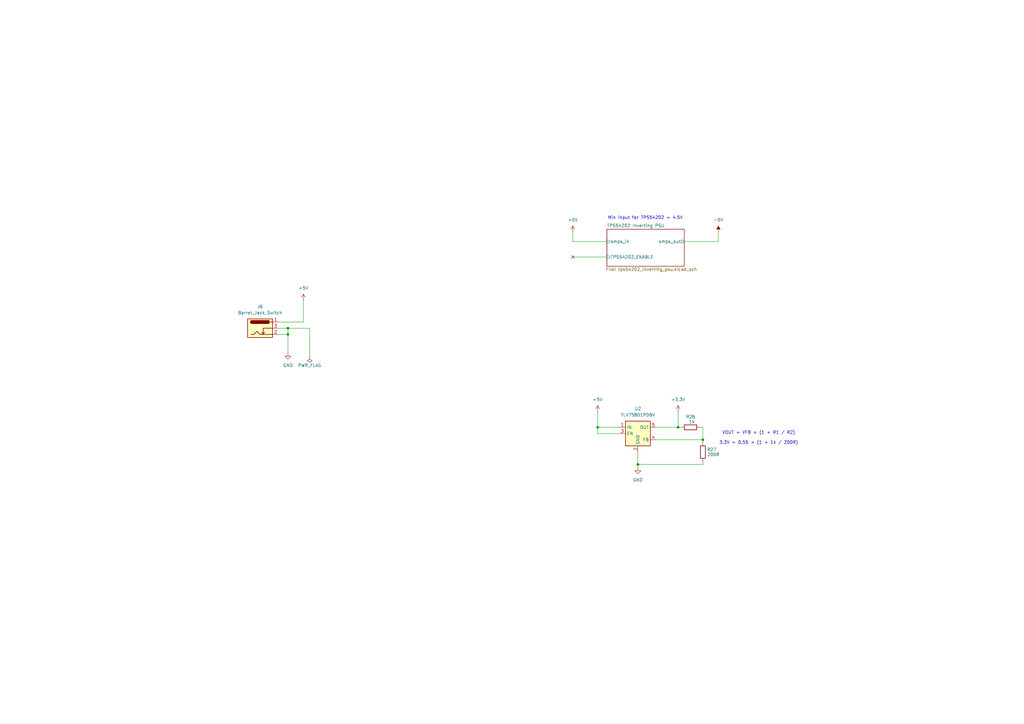
<source format=kicad_sch>
(kicad_sch
	(version 20231120)
	(generator "eeschema")
	(generator_version "8.0")
	(uuid "bc897360-5562-49f2-a5a3-36f50ff04a4a")
	(paper "A3")
	(title_block
		(title "${PROJECTNAME}")
		(date "2024-10-22")
		(rev "${REVISION}")
		(company "Created By: ${AUTHOR}")
	)
	(lib_symbols
		(symbol "Connector:Barrel_Jack_Switch"
			(pin_names hide)
			(exclude_from_sim no)
			(in_bom yes)
			(on_board yes)
			(property "Reference" "J"
				(at 0 5.334 0)
				(effects
					(font
						(size 1.27 1.27)
					)
				)
			)
			(property "Value" "Barrel_Jack_Switch"
				(at 0 -5.08 0)
				(effects
					(font
						(size 1.27 1.27)
					)
				)
			)
			(property "Footprint" ""
				(at 1.27 -1.016 0)
				(effects
					(font
						(size 1.27 1.27)
					)
					(hide yes)
				)
			)
			(property "Datasheet" "~"
				(at 1.27 -1.016 0)
				(effects
					(font
						(size 1.27 1.27)
					)
					(hide yes)
				)
			)
			(property "Description" "DC Barrel Jack with an internal switch"
				(at 0 0 0)
				(effects
					(font
						(size 1.27 1.27)
					)
					(hide yes)
				)
			)
			(property "ki_keywords" "DC power barrel jack connector"
				(at 0 0 0)
				(effects
					(font
						(size 1.27 1.27)
					)
					(hide yes)
				)
			)
			(property "ki_fp_filters" "BarrelJack*"
				(at 0 0 0)
				(effects
					(font
						(size 1.27 1.27)
					)
					(hide yes)
				)
			)
			(symbol "Barrel_Jack_Switch_0_1"
				(rectangle
					(start -5.08 3.81)
					(end 5.08 -3.81)
					(stroke
						(width 0.254)
						(type default)
					)
					(fill
						(type background)
					)
				)
				(arc
					(start -3.302 3.175)
					(mid -3.9343 2.54)
					(end -3.302 1.905)
					(stroke
						(width 0.254)
						(type default)
					)
					(fill
						(type none)
					)
				)
				(arc
					(start -3.302 3.175)
					(mid -3.9343 2.54)
					(end -3.302 1.905)
					(stroke
						(width 0.254)
						(type default)
					)
					(fill
						(type outline)
					)
				)
				(polyline
					(pts
						(xy 1.27 -2.286) (xy 1.905 -1.651)
					)
					(stroke
						(width 0.254)
						(type default)
					)
					(fill
						(type none)
					)
				)
				(polyline
					(pts
						(xy 5.08 2.54) (xy 3.81 2.54)
					)
					(stroke
						(width 0.254)
						(type default)
					)
					(fill
						(type none)
					)
				)
				(polyline
					(pts
						(xy 5.08 0) (xy 1.27 0) (xy 1.27 -2.286) (xy 0.635 -1.651)
					)
					(stroke
						(width 0.254)
						(type default)
					)
					(fill
						(type none)
					)
				)
				(polyline
					(pts
						(xy -3.81 -2.54) (xy -2.54 -2.54) (xy -1.27 -1.27) (xy 0 -2.54) (xy 2.54 -2.54) (xy 5.08 -2.54)
					)
					(stroke
						(width 0.254)
						(type default)
					)
					(fill
						(type none)
					)
				)
				(rectangle
					(start 3.683 3.175)
					(end -3.302 1.905)
					(stroke
						(width 0.254)
						(type default)
					)
					(fill
						(type outline)
					)
				)
			)
			(symbol "Barrel_Jack_Switch_1_1"
				(pin passive line
					(at 7.62 2.54 180)
					(length 2.54)
					(name "~"
						(effects
							(font
								(size 1.27 1.27)
							)
						)
					)
					(number "1"
						(effects
							(font
								(size 1.27 1.27)
							)
						)
					)
				)
				(pin passive line
					(at 7.62 -2.54 180)
					(length 2.54)
					(name "~"
						(effects
							(font
								(size 1.27 1.27)
							)
						)
					)
					(number "2"
						(effects
							(font
								(size 1.27 1.27)
							)
						)
					)
				)
				(pin passive line
					(at 7.62 0 180)
					(length 2.54)
					(name "~"
						(effects
							(font
								(size 1.27 1.27)
							)
						)
					)
					(number "3"
						(effects
							(font
								(size 1.27 1.27)
							)
						)
					)
				)
			)
		)
		(symbol "Device:R"
			(pin_numbers hide)
			(pin_names
				(offset 0)
			)
			(exclude_from_sim no)
			(in_bom yes)
			(on_board yes)
			(property "Reference" "R"
				(at 2.032 0 90)
				(effects
					(font
						(size 1.27 1.27)
					)
				)
			)
			(property "Value" "R"
				(at 0 0 90)
				(effects
					(font
						(size 1.27 1.27)
					)
				)
			)
			(property "Footprint" ""
				(at -1.778 0 90)
				(effects
					(font
						(size 1.27 1.27)
					)
					(hide yes)
				)
			)
			(property "Datasheet" "~"
				(at 0 0 0)
				(effects
					(font
						(size 1.27 1.27)
					)
					(hide yes)
				)
			)
			(property "Description" "Resistor"
				(at 0 0 0)
				(effects
					(font
						(size 1.27 1.27)
					)
					(hide yes)
				)
			)
			(property "ki_keywords" "R res resistor"
				(at 0 0 0)
				(effects
					(font
						(size 1.27 1.27)
					)
					(hide yes)
				)
			)
			(property "ki_fp_filters" "R_*"
				(at 0 0 0)
				(effects
					(font
						(size 1.27 1.27)
					)
					(hide yes)
				)
			)
			(symbol "R_0_1"
				(rectangle
					(start -1.016 -2.54)
					(end 1.016 2.54)
					(stroke
						(width 0.254)
						(type default)
					)
					(fill
						(type none)
					)
				)
			)
			(symbol "R_1_1"
				(pin passive line
					(at 0 3.81 270)
					(length 1.27)
					(name "~"
						(effects
							(font
								(size 1.27 1.27)
							)
						)
					)
					(number "1"
						(effects
							(font
								(size 1.27 1.27)
							)
						)
					)
				)
				(pin passive line
					(at 0 -3.81 90)
					(length 1.27)
					(name "~"
						(effects
							(font
								(size 1.27 1.27)
							)
						)
					)
					(number "2"
						(effects
							(font
								(size 1.27 1.27)
							)
						)
					)
				)
			)
		)
		(symbol "Regulator_Linear:TLV75801PDBV"
			(exclude_from_sim no)
			(in_bom yes)
			(on_board yes)
			(property "Reference" "U"
				(at -3.81 6.35 0)
				(effects
					(font
						(size 1.27 1.27)
					)
				)
			)
			(property "Value" "TLV75801PDBV"
				(at 0 6.35 0)
				(effects
					(font
						(size 1.27 1.27)
					)
					(justify left)
				)
			)
			(property "Footprint" "Package_TO_SOT_SMD:SOT-23-5"
				(at 0 8.255 0)
				(effects
					(font
						(size 1.27 1.27)
						(italic yes)
					)
					(hide yes)
				)
			)
			(property "Datasheet" "https://www.ti.com/lit/ds/symlink/tlv758p.pdf"
				(at 0 1.27 0)
				(effects
					(font
						(size 1.27 1.27)
					)
					(hide yes)
				)
			)
			(property "Description" "500mA Low-Dropout Linear Regulator, Adjustable Output, SOT-23-5"
				(at 0 0 0)
				(effects
					(font
						(size 1.27 1.27)
					)
					(hide yes)
				)
			)
			(property "ki_keywords" "ldo positive"
				(at 0 0 0)
				(effects
					(font
						(size 1.27 1.27)
					)
					(hide yes)
				)
			)
			(property "ki_fp_filters" "SOT?23*"
				(at 0 0 0)
				(effects
					(font
						(size 1.27 1.27)
					)
					(hide yes)
				)
			)
			(symbol "TLV75801PDBV_0_1"
				(rectangle
					(start 5.08 -5.08)
					(end -5.08 5.08)
					(stroke
						(width 0.254)
						(type default)
					)
					(fill
						(type background)
					)
				)
			)
			(symbol "TLV75801PDBV_1_1"
				(pin power_in line
					(at -7.62 2.54 0)
					(length 2.54)
					(name "IN"
						(effects
							(font
								(size 1.27 1.27)
							)
						)
					)
					(number "1"
						(effects
							(font
								(size 1.27 1.27)
							)
						)
					)
				)
				(pin power_in line
					(at 0 -7.62 90)
					(length 2.54)
					(name "GND"
						(effects
							(font
								(size 1.27 1.27)
							)
						)
					)
					(number "2"
						(effects
							(font
								(size 1.27 1.27)
							)
						)
					)
				)
				(pin input line
					(at -7.62 0 0)
					(length 2.54)
					(name "EN"
						(effects
							(font
								(size 1.27 1.27)
							)
						)
					)
					(number "3"
						(effects
							(font
								(size 1.27 1.27)
							)
						)
					)
				)
				(pin input line
					(at 7.62 -2.54 180)
					(length 2.54)
					(name "FB"
						(effects
							(font
								(size 1.27 1.27)
							)
						)
					)
					(number "4"
						(effects
							(font
								(size 1.27 1.27)
							)
						)
					)
				)
				(pin power_out line
					(at 7.62 2.54 180)
					(length 2.54)
					(name "OUT"
						(effects
							(font
								(size 1.27 1.27)
							)
						)
					)
					(number "5"
						(effects
							(font
								(size 1.27 1.27)
							)
						)
					)
				)
			)
		)
		(symbol "power:+3.3V"
			(power)
			(pin_numbers hide)
			(pin_names
				(offset 0) hide)
			(exclude_from_sim no)
			(in_bom yes)
			(on_board yes)
			(property "Reference" "#PWR"
				(at 0 -3.81 0)
				(effects
					(font
						(size 1.27 1.27)
					)
					(hide yes)
				)
			)
			(property "Value" "+3.3V"
				(at 0 3.556 0)
				(effects
					(font
						(size 1.27 1.27)
					)
				)
			)
			(property "Footprint" ""
				(at 0 0 0)
				(effects
					(font
						(size 1.27 1.27)
					)
					(hide yes)
				)
			)
			(property "Datasheet" ""
				(at 0 0 0)
				(effects
					(font
						(size 1.27 1.27)
					)
					(hide yes)
				)
			)
			(property "Description" "Power symbol creates a global label with name \"+3.3V\""
				(at 0 0 0)
				(effects
					(font
						(size 1.27 1.27)
					)
					(hide yes)
				)
			)
			(property "ki_keywords" "global power"
				(at 0 0 0)
				(effects
					(font
						(size 1.27 1.27)
					)
					(hide yes)
				)
			)
			(symbol "+3.3V_0_1"
				(polyline
					(pts
						(xy -0.762 1.27) (xy 0 2.54)
					)
					(stroke
						(width 0)
						(type default)
					)
					(fill
						(type none)
					)
				)
				(polyline
					(pts
						(xy 0 0) (xy 0 2.54)
					)
					(stroke
						(width 0)
						(type default)
					)
					(fill
						(type none)
					)
				)
				(polyline
					(pts
						(xy 0 2.54) (xy 0.762 1.27)
					)
					(stroke
						(width 0)
						(type default)
					)
					(fill
						(type none)
					)
				)
			)
			(symbol "+3.3V_1_1"
				(pin power_in line
					(at 0 0 90)
					(length 0)
					(name "~"
						(effects
							(font
								(size 1.27 1.27)
							)
						)
					)
					(number "1"
						(effects
							(font
								(size 1.27 1.27)
							)
						)
					)
				)
			)
		)
		(symbol "power:+5V"
			(power)
			(pin_numbers hide)
			(pin_names
				(offset 0) hide)
			(exclude_from_sim no)
			(in_bom yes)
			(on_board yes)
			(property "Reference" "#PWR"
				(at 0 -3.81 0)
				(effects
					(font
						(size 1.27 1.27)
					)
					(hide yes)
				)
			)
			(property "Value" "+5V"
				(at 0 3.556 0)
				(effects
					(font
						(size 1.27 1.27)
					)
				)
			)
			(property "Footprint" ""
				(at 0 0 0)
				(effects
					(font
						(size 1.27 1.27)
					)
					(hide yes)
				)
			)
			(property "Datasheet" ""
				(at 0 0 0)
				(effects
					(font
						(size 1.27 1.27)
					)
					(hide yes)
				)
			)
			(property "Description" "Power symbol creates a global label with name \"+5V\""
				(at 0 0 0)
				(effects
					(font
						(size 1.27 1.27)
					)
					(hide yes)
				)
			)
			(property "ki_keywords" "global power"
				(at 0 0 0)
				(effects
					(font
						(size 1.27 1.27)
					)
					(hide yes)
				)
			)
			(symbol "+5V_0_1"
				(polyline
					(pts
						(xy -0.762 1.27) (xy 0 2.54)
					)
					(stroke
						(width 0)
						(type default)
					)
					(fill
						(type none)
					)
				)
				(polyline
					(pts
						(xy 0 0) (xy 0 2.54)
					)
					(stroke
						(width 0)
						(type default)
					)
					(fill
						(type none)
					)
				)
				(polyline
					(pts
						(xy 0 2.54) (xy 0.762 1.27)
					)
					(stroke
						(width 0)
						(type default)
					)
					(fill
						(type none)
					)
				)
			)
			(symbol "+5V_1_1"
				(pin power_in line
					(at 0 0 90)
					(length 0)
					(name "~"
						(effects
							(font
								(size 1.27 1.27)
							)
						)
					)
					(number "1"
						(effects
							(font
								(size 1.27 1.27)
							)
						)
					)
				)
			)
		)
		(symbol "power:-5V"
			(power)
			(pin_numbers hide)
			(pin_names
				(offset 0) hide)
			(exclude_from_sim no)
			(in_bom yes)
			(on_board yes)
			(property "Reference" "#PWR"
				(at 0 -3.81 0)
				(effects
					(font
						(size 1.27 1.27)
					)
					(hide yes)
				)
			)
			(property "Value" "-5V"
				(at 0 3.556 0)
				(effects
					(font
						(size 1.27 1.27)
					)
				)
			)
			(property "Footprint" ""
				(at 0 0 0)
				(effects
					(font
						(size 1.27 1.27)
					)
					(hide yes)
				)
			)
			(property "Datasheet" ""
				(at 0 0 0)
				(effects
					(font
						(size 1.27 1.27)
					)
					(hide yes)
				)
			)
			(property "Description" "Power symbol creates a global label with name \"-5V\""
				(at 0 0 0)
				(effects
					(font
						(size 1.27 1.27)
					)
					(hide yes)
				)
			)
			(property "ki_keywords" "global power"
				(at 0 0 0)
				(effects
					(font
						(size 1.27 1.27)
					)
					(hide yes)
				)
			)
			(symbol "-5V_0_0"
				(pin power_in line
					(at 0 0 90)
					(length 0)
					(name "~"
						(effects
							(font
								(size 1.27 1.27)
							)
						)
					)
					(number "1"
						(effects
							(font
								(size 1.27 1.27)
							)
						)
					)
				)
			)
			(symbol "-5V_0_1"
				(polyline
					(pts
						(xy 0 0) (xy 0 1.27) (xy 0.762 1.27) (xy 0 2.54) (xy -0.762 1.27) (xy 0 1.27)
					)
					(stroke
						(width 0)
						(type default)
					)
					(fill
						(type outline)
					)
				)
			)
		)
		(symbol "power:GND"
			(power)
			(pin_numbers hide)
			(pin_names
				(offset 0) hide)
			(exclude_from_sim no)
			(in_bom yes)
			(on_board yes)
			(property "Reference" "#PWR"
				(at 0 -6.35 0)
				(effects
					(font
						(size 1.27 1.27)
					)
					(hide yes)
				)
			)
			(property "Value" "GND"
				(at 0 -3.81 0)
				(effects
					(font
						(size 1.27 1.27)
					)
				)
			)
			(property "Footprint" ""
				(at 0 0 0)
				(effects
					(font
						(size 1.27 1.27)
					)
					(hide yes)
				)
			)
			(property "Datasheet" ""
				(at 0 0 0)
				(effects
					(font
						(size 1.27 1.27)
					)
					(hide yes)
				)
			)
			(property "Description" "Power symbol creates a global label with name \"GND\" , ground"
				(at 0 0 0)
				(effects
					(font
						(size 1.27 1.27)
					)
					(hide yes)
				)
			)
			(property "ki_keywords" "global power"
				(at 0 0 0)
				(effects
					(font
						(size 1.27 1.27)
					)
					(hide yes)
				)
			)
			(symbol "GND_0_1"
				(polyline
					(pts
						(xy 0 0) (xy 0 -1.27) (xy 1.27 -1.27) (xy 0 -2.54) (xy -1.27 -1.27) (xy 0 -1.27)
					)
					(stroke
						(width 0)
						(type default)
					)
					(fill
						(type none)
					)
				)
			)
			(symbol "GND_1_1"
				(pin power_in line
					(at 0 0 270)
					(length 0)
					(name "~"
						(effects
							(font
								(size 1.27 1.27)
							)
						)
					)
					(number "1"
						(effects
							(font
								(size 1.27 1.27)
							)
						)
					)
				)
			)
		)
		(symbol "power:PWR_FLAG"
			(power)
			(pin_numbers hide)
			(pin_names
				(offset 0) hide)
			(exclude_from_sim no)
			(in_bom yes)
			(on_board yes)
			(property "Reference" "#FLG"
				(at 0 1.905 0)
				(effects
					(font
						(size 1.27 1.27)
					)
					(hide yes)
				)
			)
			(property "Value" "PWR_FLAG"
				(at 0 3.81 0)
				(effects
					(font
						(size 1.27 1.27)
					)
				)
			)
			(property "Footprint" ""
				(at 0 0 0)
				(effects
					(font
						(size 1.27 1.27)
					)
					(hide yes)
				)
			)
			(property "Datasheet" "~"
				(at 0 0 0)
				(effects
					(font
						(size 1.27 1.27)
					)
					(hide yes)
				)
			)
			(property "Description" "Special symbol for telling ERC where power comes from"
				(at 0 0 0)
				(effects
					(font
						(size 1.27 1.27)
					)
					(hide yes)
				)
			)
			(property "ki_keywords" "flag power"
				(at 0 0 0)
				(effects
					(font
						(size 1.27 1.27)
					)
					(hide yes)
				)
			)
			(symbol "PWR_FLAG_0_0"
				(pin power_out line
					(at 0 0 90)
					(length 0)
					(name "~"
						(effects
							(font
								(size 1.27 1.27)
							)
						)
					)
					(number "1"
						(effects
							(font
								(size 1.27 1.27)
							)
						)
					)
				)
			)
			(symbol "PWR_FLAG_0_1"
				(polyline
					(pts
						(xy 0 0) (xy 0 1.27) (xy -1.016 1.905) (xy 0 2.54) (xy 1.016 1.905) (xy 0 1.27)
					)
					(stroke
						(width 0)
						(type default)
					)
					(fill
						(type none)
					)
				)
			)
		)
	)
	(junction
		(at 278.13 175.26)
		(diameter 0)
		(color 0 0 0 0)
		(uuid "0a7405b8-eb04-4305-a7dd-67d1e0649fb3")
	)
	(junction
		(at 118.11 137.16)
		(diameter 0)
		(color 0 0 0 0)
		(uuid "2de26d8d-6e50-4586-b19e-68745910bfbd")
	)
	(junction
		(at 261.62 190.5)
		(diameter 0)
		(color 0 0 0 0)
		(uuid "3d9b45d3-8249-4333-824a-e28d81efed55")
	)
	(junction
		(at 288.29 180.34)
		(diameter 0)
		(color 0 0 0 0)
		(uuid "59f16056-e01a-4e2f-b633-c85da59b6bb5")
	)
	(junction
		(at 245.11 175.26)
		(diameter 0)
		(color 0 0 0 0)
		(uuid "927f0d67-62de-4c05-ad3a-077cccbb1b8a")
	)
	(junction
		(at 118.11 134.62)
		(diameter 0)
		(color 0 0 0 0)
		(uuid "a33d1037-23d7-4f9f-b8e3-51ffbd89f8a7")
	)
	(no_connect
		(at 234.95 105.41)
		(uuid "a2884055-e5c5-4312-8455-3ca541296e37")
	)
	(wire
		(pts
			(xy 280.67 99.06) (xy 294.64 99.06)
		)
		(stroke
			(width 0)
			(type default)
		)
		(uuid "022fefda-ca6d-44ab-91d3-ba3e2d019fa8")
	)
	(wire
		(pts
			(xy 288.29 181.61) (xy 288.29 180.34)
		)
		(stroke
			(width 0)
			(type default)
		)
		(uuid "1e35afde-3d72-4e08-a447-01ac548f3ada")
	)
	(wire
		(pts
			(xy 261.62 190.5) (xy 288.29 190.5)
		)
		(stroke
			(width 0)
			(type default)
		)
		(uuid "25289436-77fc-41f5-bb23-cfb761bbc3d2")
	)
	(wire
		(pts
			(xy 234.95 95.25) (xy 234.95 99.06)
		)
		(stroke
			(width 0)
			(type default)
		)
		(uuid "25bb8b6b-400f-4fa8-8c99-366717f594f5")
	)
	(wire
		(pts
			(xy 127 134.62) (xy 118.11 134.62)
		)
		(stroke
			(width 0)
			(type default)
		)
		(uuid "2667f328-de0b-430e-88cd-f5896fbb5f28")
	)
	(wire
		(pts
			(xy 261.62 185.42) (xy 261.62 190.5)
		)
		(stroke
			(width 0)
			(type default)
		)
		(uuid "277a3b53-3189-4d7a-9459-c23367b9cb14")
	)
	(wire
		(pts
			(xy 234.95 105.41) (xy 248.92 105.41)
		)
		(stroke
			(width 0)
			(type default)
		)
		(uuid "309e75fd-0e74-4f16-96fa-877e75fcbb30")
	)
	(wire
		(pts
			(xy 118.11 137.16) (xy 118.11 144.78)
		)
		(stroke
			(width 0)
			(type default)
		)
		(uuid "36bfefcb-19dd-4e6f-83a8-c30c29cb0743")
	)
	(wire
		(pts
			(xy 288.29 175.26) (xy 288.29 180.34)
		)
		(stroke
			(width 0)
			(type default)
		)
		(uuid "3fc9fca8-81c5-4a82-aa96-1f90632340d4")
	)
	(wire
		(pts
			(xy 114.3 134.62) (xy 118.11 134.62)
		)
		(stroke
			(width 0)
			(type default)
		)
		(uuid "44436b77-64c4-420c-9b3a-c5f6958ab0c7")
	)
	(wire
		(pts
			(xy 294.64 95.25) (xy 294.64 99.06)
		)
		(stroke
			(width 0)
			(type default)
		)
		(uuid "490ee9ef-791f-4986-828c-99b49eb935a5")
	)
	(wire
		(pts
			(xy 124.46 123.19) (xy 124.46 132.08)
		)
		(stroke
			(width 0)
			(type default)
		)
		(uuid "5e7517b5-ad98-4930-8992-ae23a9eb6173")
	)
	(wire
		(pts
			(xy 245.11 177.8) (xy 254 177.8)
		)
		(stroke
			(width 0)
			(type default)
		)
		(uuid "60663739-607e-4cd2-b52f-412684e0c662")
	)
	(wire
		(pts
			(xy 127 146.05) (xy 127 134.62)
		)
		(stroke
			(width 0)
			(type default)
		)
		(uuid "6b28bbaa-c6b1-4f5b-9ac9-9e025bf1e2a5")
	)
	(wire
		(pts
			(xy 279.4 175.26) (xy 278.13 175.26)
		)
		(stroke
			(width 0)
			(type default)
		)
		(uuid "6ec46814-12a7-434d-979b-899a2483326b")
	)
	(wire
		(pts
			(xy 288.29 189.23) (xy 288.29 190.5)
		)
		(stroke
			(width 0)
			(type default)
		)
		(uuid "6fadbf69-f11c-48bf-9416-6b3b436cb52f")
	)
	(wire
		(pts
			(xy 287.02 175.26) (xy 288.29 175.26)
		)
		(stroke
			(width 0)
			(type default)
		)
		(uuid "750e0d65-0619-43b8-a48d-94c82ab8883c")
	)
	(wire
		(pts
			(xy 245.11 168.91) (xy 245.11 175.26)
		)
		(stroke
			(width 0)
			(type default)
		)
		(uuid "8875d4af-4709-4aff-ae9d-fc484c669f1e")
	)
	(wire
		(pts
			(xy 278.13 175.26) (xy 278.13 168.91)
		)
		(stroke
			(width 0)
			(type default)
		)
		(uuid "8885844f-b875-4d7a-987e-181e213e96e3")
	)
	(wire
		(pts
			(xy 269.24 180.34) (xy 288.29 180.34)
		)
		(stroke
			(width 0)
			(type default)
		)
		(uuid "b9e62c7f-9b4a-472d-a3a3-8cdfdfd8cb87")
	)
	(wire
		(pts
			(xy 245.11 175.26) (xy 245.11 177.8)
		)
		(stroke
			(width 0)
			(type default)
		)
		(uuid "c57e63ff-8d26-4324-8225-4dd56582247b")
	)
	(wire
		(pts
			(xy 114.3 137.16) (xy 118.11 137.16)
		)
		(stroke
			(width 0)
			(type default)
		)
		(uuid "cd31ff36-ce2e-4cd6-be6f-db8fecff7a74")
	)
	(wire
		(pts
			(xy 114.3 132.08) (xy 124.46 132.08)
		)
		(stroke
			(width 0)
			(type default)
		)
		(uuid "d16ee3c7-e9f9-4ce1-9d59-3eed95b15108")
	)
	(wire
		(pts
			(xy 234.95 99.06) (xy 248.92 99.06)
		)
		(stroke
			(width 0)
			(type default)
		)
		(uuid "d4d1feb4-0e56-4c49-b31b-d9c67af224b2")
	)
	(wire
		(pts
			(xy 118.11 134.62) (xy 118.11 137.16)
		)
		(stroke
			(width 0)
			(type default)
		)
		(uuid "d80e3a8a-1e26-48e7-946a-a9e2c346a5a0")
	)
	(wire
		(pts
			(xy 269.24 175.26) (xy 278.13 175.26)
		)
		(stroke
			(width 0)
			(type default)
		)
		(uuid "e5fd0801-23ad-4652-a256-9b732012e443")
	)
	(wire
		(pts
			(xy 261.62 191.77) (xy 261.62 190.5)
		)
		(stroke
			(width 0)
			(type default)
		)
		(uuid "f7f7bdf8-6582-4ea3-9f88-7703abbd6059")
	)
	(wire
		(pts
			(xy 254 175.26) (xy 245.11 175.26)
		)
		(stroke
			(width 0)
			(type default)
		)
		(uuid "fd103bb6-28c3-4ef0-b6ac-29a2977ff402")
	)
	(text "VOUT = VFB × (1 + R1 / R2) \n\n3.3V = 0.55 × (1 + ${703b27fb-8a6b-41d1-b05b-2f1bc418ba08:VALUE} / ${dfc3bae1-76cd-4993-91a6-3c806e7b068f:VALUE}) \n"
		(exclude_from_sim no)
		(at 311.658 179.578 0)
		(effects
			(font
				(size 1.27 1.27)
			)
		)
		(uuid "170cc266-fbd2-48df-9438-6d6b619c1433")
	)
	(text "Min input for TPS54202 = 4.5V"
		(exclude_from_sim no)
		(at 264.668 89.408 0)
		(effects
			(font
				(size 1.27 1.27)
			)
		)
		(uuid "b963917d-4eec-4aac-9663-eb48d0985f40")
	)
	(symbol
		(lib_id "power:+3.3V")
		(at 278.13 168.91 0)
		(unit 1)
		(exclude_from_sim no)
		(in_bom yes)
		(on_board yes)
		(dnp no)
		(fields_autoplaced yes)
		(uuid "4984cf73-1ec3-4d48-a960-17472413566b")
		(property "Reference" "#PWR057"
			(at 278.13 172.72 0)
			(effects
				(font
					(size 1.27 1.27)
				)
				(hide yes)
			)
		)
		(property "Value" "+3.3V"
			(at 278.13 163.83 0)
			(effects
				(font
					(size 1.27 1.27)
				)
			)
		)
		(property "Footprint" ""
			(at 278.13 168.91 0)
			(effects
				(font
					(size 1.27 1.27)
				)
				(hide yes)
			)
		)
		(property "Datasheet" ""
			(at 278.13 168.91 0)
			(effects
				(font
					(size 1.27 1.27)
				)
				(hide yes)
			)
		)
		(property "Description" "Power symbol creates a global label with name \"+3.3V\""
			(at 278.13 168.91 0)
			(effects
				(font
					(size 1.27 1.27)
				)
				(hide yes)
			)
		)
		(pin "1"
			(uuid "cb9f8ce3-fc11-47ae-a59e-22b58364ebdf")
		)
		(instances
			(project "Tiny4xPoweredStereoMixer"
				(path "/68c4b081-ef47-4ba5-a55f-4ef66cb2b598/90ba425d-eaf5-48b4-804f-91b46c159bdf"
					(reference "#PWR057")
					(unit 1)
				)
			)
		)
	)
	(symbol
		(lib_id "Device:R")
		(at 283.21 175.26 270)
		(mirror x)
		(unit 1)
		(exclude_from_sim no)
		(in_bom yes)
		(on_board yes)
		(dnp no)
		(uuid "703b27fb-8a6b-41d1-b05b-2f1bc418ba08")
		(property "Reference" "R26"
			(at 285.242 170.942 90)
			(effects
				(font
					(size 1.27 1.27)
				)
				(justify right)
			)
		)
		(property "Value" "1k"
			(at 284.988 172.974 90)
			(effects
				(font
					(size 1.27 1.27)
				)
				(justify right)
			)
		)
		(property "Footprint" "Resistor_SMD:R_0402_1005Metric_Pad0.72x0.64mm_HandSolder"
			(at 283.21 177.038 90)
			(effects
				(font
					(size 1.27 1.27)
				)
				(hide yes)
			)
		)
		(property "Datasheet" "~"
			(at 283.21 175.26 0)
			(effects
				(font
					(size 1.27 1.27)
				)
				(hide yes)
			)
		)
		(property "Description" "Resistor"
			(at 283.21 175.26 0)
			(effects
				(font
					(size 1.27 1.27)
				)
				(hide yes)
			)
		)
		(property "LCSC" "C17414"
			(at 283.21 175.26 0)
			(effects
				(font
					(size 1.27 1.27)
				)
				(hide yes)
			)
		)
		(property "Mouser" "71-CRCW080510K0FKEAC"
			(at 283.21 175.26 0)
			(effects
				(font
					(size 1.27 1.27)
				)
				(hide yes)
			)
		)
		(pin "1"
			(uuid "e335c52e-7ca5-4a0c-9120-bec02db62d2a")
		)
		(pin "2"
			(uuid "138fbf11-e6c2-4722-a8df-8c2889793298")
		)
		(instances
			(project "Tiny4xPoweredStereoMixer"
				(path "/68c4b081-ef47-4ba5-a55f-4ef66cb2b598/90ba425d-eaf5-48b4-804f-91b46c159bdf"
					(reference "R26")
					(unit 1)
				)
			)
		)
	)
	(symbol
		(lib_id "power:+5V")
		(at 245.11 168.91 0)
		(unit 1)
		(exclude_from_sim no)
		(in_bom yes)
		(on_board yes)
		(dnp no)
		(fields_autoplaced yes)
		(uuid "880f19f6-2435-49bb-91d4-c572e90f995b")
		(property "Reference" "#PWR09"
			(at 245.11 172.72 0)
			(effects
				(font
					(size 1.27 1.27)
				)
				(hide yes)
			)
		)
		(property "Value" "+5V"
			(at 245.11 163.83 0)
			(effects
				(font
					(size 1.27 1.27)
				)
			)
		)
		(property "Footprint" ""
			(at 245.11 168.91 0)
			(effects
				(font
					(size 1.27 1.27)
				)
				(hide yes)
			)
		)
		(property "Datasheet" ""
			(at 245.11 168.91 0)
			(effects
				(font
					(size 1.27 1.27)
				)
				(hide yes)
			)
		)
		(property "Description" "Power symbol creates a global label with name \"+5V\""
			(at 245.11 168.91 0)
			(effects
				(font
					(size 1.27 1.27)
				)
				(hide yes)
			)
		)
		(pin "1"
			(uuid "5139b90f-d1d5-44e8-8c95-3390170ec7ce")
		)
		(instances
			(project "Tiny4xPoweredStereoMixer"
				(path "/68c4b081-ef47-4ba5-a55f-4ef66cb2b598/90ba425d-eaf5-48b4-804f-91b46c159bdf"
					(reference "#PWR09")
					(unit 1)
				)
			)
		)
	)
	(symbol
		(lib_id "power:GND")
		(at 261.62 191.77 0)
		(unit 1)
		(exclude_from_sim no)
		(in_bom yes)
		(on_board yes)
		(dnp no)
		(fields_autoplaced yes)
		(uuid "89f4c02b-8aa7-420b-b05a-8808804f9fe5")
		(property "Reference" "#PWR027"
			(at 261.62 198.12 0)
			(effects
				(font
					(size 1.27 1.27)
				)
				(hide yes)
			)
		)
		(property "Value" "GND"
			(at 261.62 196.85 0)
			(effects
				(font
					(size 1.27 1.27)
				)
			)
		)
		(property "Footprint" ""
			(at 261.62 191.77 0)
			(effects
				(font
					(size 1.27 1.27)
				)
				(hide yes)
			)
		)
		(property "Datasheet" ""
			(at 261.62 191.77 0)
			(effects
				(font
					(size 1.27 1.27)
				)
				(hide yes)
			)
		)
		(property "Description" "Power symbol creates a global label with name \"GND\" , ground"
			(at 261.62 191.77 0)
			(effects
				(font
					(size 1.27 1.27)
				)
				(hide yes)
			)
		)
		(pin "1"
			(uuid "f37931a9-989a-4e20-a8a6-2c37c130999b")
		)
		(instances
			(project "Tiny4xPoweredStereoMixer"
				(path "/68c4b081-ef47-4ba5-a55f-4ef66cb2b598/90ba425d-eaf5-48b4-804f-91b46c159bdf"
					(reference "#PWR027")
					(unit 1)
				)
			)
		)
	)
	(symbol
		(lib_id "Regulator_Linear:TLV75801PDBV")
		(at 261.62 177.8 0)
		(unit 1)
		(exclude_from_sim no)
		(in_bom yes)
		(on_board yes)
		(dnp no)
		(fields_autoplaced yes)
		(uuid "8cb17346-38a3-4358-a6fc-5c825627befa")
		(property "Reference" "U2"
			(at 261.62 167.64 0)
			(effects
				(font
					(size 1.27 1.27)
				)
			)
		)
		(property "Value" "TLV75801PDBV"
			(at 261.62 170.18 0)
			(effects
				(font
					(size 1.27 1.27)
				)
			)
		)
		(property "Footprint" "Package_TO_SOT_SMD:SOT-23-5"
			(at 261.62 169.545 0)
			(effects
				(font
					(size 1.27 1.27)
					(italic yes)
				)
				(hide yes)
			)
		)
		(property "Datasheet" "https://www.ti.com/lit/ds/symlink/tlv758p.pdf"
			(at 261.62 176.53 0)
			(effects
				(font
					(size 1.27 1.27)
				)
				(hide yes)
			)
		)
		(property "Description" "500mA Low-Dropout Linear Regulator, Adjustable Output, SOT-23-5"
			(at 261.62 177.8 0)
			(effects
				(font
					(size 1.27 1.27)
				)
				(hide yes)
			)
		)
		(pin "2"
			(uuid "65b1e22c-f6dc-454b-be15-25bb440d9ef2")
		)
		(pin "3"
			(uuid "83931d7a-0ca6-4d25-bb5f-e15a4c093d3f")
		)
		(pin "1"
			(uuid "cb67d865-01c2-40d5-ba23-feeee6e5c9e9")
		)
		(pin "5"
			(uuid "0cc21c73-596d-4a32-93d7-97553151b7ea")
		)
		(pin "4"
			(uuid "ba952ff2-3fb7-44a4-ae03-173888d64e02")
		)
		(instances
			(project "Tiny4xPoweredStereoMixer"
				(path "/68c4b081-ef47-4ba5-a55f-4ef66cb2b598/90ba425d-eaf5-48b4-804f-91b46c159bdf"
					(reference "U2")
					(unit 1)
				)
			)
		)
	)
	(symbol
		(lib_id "power:+5V")
		(at 234.95 95.25 0)
		(unit 1)
		(exclude_from_sim no)
		(in_bom yes)
		(on_board yes)
		(dnp no)
		(fields_autoplaced yes)
		(uuid "9111faaa-5f70-45b7-a9de-2a34f65a7c0c")
		(property "Reference" "#PWR035"
			(at 234.95 99.06 0)
			(effects
				(font
					(size 1.27 1.27)
				)
				(hide yes)
			)
		)
		(property "Value" "+5V"
			(at 234.95 90.17 0)
			(effects
				(font
					(size 1.27 1.27)
				)
			)
		)
		(property "Footprint" ""
			(at 234.95 95.25 0)
			(effects
				(font
					(size 1.27 1.27)
				)
				(hide yes)
			)
		)
		(property "Datasheet" ""
			(at 234.95 95.25 0)
			(effects
				(font
					(size 1.27 1.27)
				)
				(hide yes)
			)
		)
		(property "Description" "Power symbol creates a global label with name \"+5V\""
			(at 234.95 95.25 0)
			(effects
				(font
					(size 1.27 1.27)
				)
				(hide yes)
			)
		)
		(pin "1"
			(uuid "61f71974-527d-4fa9-a7bb-b78177d8e965")
		)
		(instances
			(project "Tiny4xPoweredStereoMixer"
				(path "/68c4b081-ef47-4ba5-a55f-4ef66cb2b598/90ba425d-eaf5-48b4-804f-91b46c159bdf"
					(reference "#PWR035")
					(unit 1)
				)
			)
		)
	)
	(symbol
		(lib_id "power:+5V")
		(at 124.46 123.19 0)
		(unit 1)
		(exclude_from_sim no)
		(in_bom yes)
		(on_board yes)
		(dnp no)
		(fields_autoplaced yes)
		(uuid "a3a65f85-e806-4c66-b5ca-b129b78fdaae")
		(property "Reference" "#PWR050"
			(at 124.46 127 0)
			(effects
				(font
					(size 1.27 1.27)
				)
				(hide yes)
			)
		)
		(property "Value" "+5V"
			(at 124.46 118.11 0)
			(effects
				(font
					(size 1.27 1.27)
				)
			)
		)
		(property "Footprint" ""
			(at 124.46 123.19 0)
			(effects
				(font
					(size 1.27 1.27)
				)
				(hide yes)
			)
		)
		(property "Datasheet" ""
			(at 124.46 123.19 0)
			(effects
				(font
					(size 1.27 1.27)
				)
				(hide yes)
			)
		)
		(property "Description" "Power symbol creates a global label with name \"+5V\""
			(at 124.46 123.19 0)
			(effects
				(font
					(size 1.27 1.27)
				)
				(hide yes)
			)
		)
		(pin "1"
			(uuid "1e4490d0-698f-4760-bb62-eb0ca783c315")
		)
		(instances
			(project "Tiny4xPoweredStereoMixer"
				(path "/68c4b081-ef47-4ba5-a55f-4ef66cb2b598/90ba425d-eaf5-48b4-804f-91b46c159bdf"
					(reference "#PWR050")
					(unit 1)
				)
			)
		)
	)
	(symbol
		(lib_id "Connector:Barrel_Jack_Switch")
		(at 106.68 134.62 0)
		(unit 1)
		(exclude_from_sim no)
		(in_bom yes)
		(on_board yes)
		(dnp no)
		(fields_autoplaced yes)
		(uuid "a49c41e6-afc6-4ea4-b12a-688cbf9f7460")
		(property "Reference" "J6"
			(at 106.68 125.73 0)
			(effects
				(font
					(size 1.27 1.27)
				)
			)
		)
		(property "Value" "Barrel_Jack_Switch"
			(at 106.68 128.27 0)
			(effects
				(font
					(size 1.27 1.27)
				)
			)
		)
		(property "Footprint" "Connector_BarrelJack:BarrelJack_Horizontal"
			(at 107.95 135.636 0)
			(effects
				(font
					(size 1.27 1.27)
				)
				(hide yes)
			)
		)
		(property "Datasheet" "~"
			(at 107.95 135.636 0)
			(effects
				(font
					(size 1.27 1.27)
				)
				(hide yes)
			)
		)
		(property "Description" "DC Barrel Jack with an internal switch"
			(at 106.68 134.62 0)
			(effects
				(font
					(size 1.27 1.27)
				)
				(hide yes)
			)
		)
		(pin "3"
			(uuid "5ee2c11e-e930-4034-ae9b-1856144c04a4")
		)
		(pin "1"
			(uuid "3c2dffb3-9059-49b9-bc62-103f7cbe3b93")
		)
		(pin "2"
			(uuid "c7d55029-ea81-4b30-a51a-c7d2b5e270f8")
		)
		(instances
			(project "Tiny4xPoweredStereoMixer"
				(path "/68c4b081-ef47-4ba5-a55f-4ef66cb2b598/90ba425d-eaf5-48b4-804f-91b46c159bdf"
					(reference "J6")
					(unit 1)
				)
			)
		)
	)
	(symbol
		(lib_id "power:GND")
		(at 118.11 144.78 0)
		(unit 1)
		(exclude_from_sim no)
		(in_bom yes)
		(on_board yes)
		(dnp no)
		(fields_autoplaced yes)
		(uuid "b7607415-068f-46d8-8f12-d6459b29b539")
		(property "Reference" "#PWR05"
			(at 118.11 151.13 0)
			(effects
				(font
					(size 1.27 1.27)
				)
				(hide yes)
			)
		)
		(property "Value" "GND"
			(at 118.11 149.86 0)
			(effects
				(font
					(size 1.27 1.27)
				)
			)
		)
		(property "Footprint" ""
			(at 118.11 144.78 0)
			(effects
				(font
					(size 1.27 1.27)
				)
				(hide yes)
			)
		)
		(property "Datasheet" ""
			(at 118.11 144.78 0)
			(effects
				(font
					(size 1.27 1.27)
				)
				(hide yes)
			)
		)
		(property "Description" "Power symbol creates a global label with name \"GND\" , ground"
			(at 118.11 144.78 0)
			(effects
				(font
					(size 1.27 1.27)
				)
				(hide yes)
			)
		)
		(pin "1"
			(uuid "46560c70-97f5-4646-bbad-9b5f073e9017")
		)
		(instances
			(project "Tiny4xPoweredStereoMixer"
				(path "/68c4b081-ef47-4ba5-a55f-4ef66cb2b598/90ba425d-eaf5-48b4-804f-91b46c159bdf"
					(reference "#PWR05")
					(unit 1)
				)
			)
		)
	)
	(symbol
		(lib_id "power:PWR_FLAG")
		(at 127 146.05 180)
		(unit 1)
		(exclude_from_sim no)
		(in_bom yes)
		(on_board yes)
		(dnp no)
		(uuid "c0ad9d05-2b2e-406d-942f-652051168987")
		(property "Reference" "#FLG07"
			(at 127 147.955 0)
			(effects
				(font
					(size 1.27 1.27)
				)
				(hide yes)
			)
		)
		(property "Value" "PWR_FLAG"
			(at 127 149.86 0)
			(effects
				(font
					(size 1.27 1.27)
				)
			)
		)
		(property "Footprint" ""
			(at 127 146.05 0)
			(effects
				(font
					(size 1.27 1.27)
				)
				(hide yes)
			)
		)
		(property "Datasheet" "~"
			(at 127 146.05 0)
			(effects
				(font
					(size 1.27 1.27)
				)
				(hide yes)
			)
		)
		(property "Description" "Special symbol for telling ERC where power comes from"
			(at 127 146.05 0)
			(effects
				(font
					(size 1.27 1.27)
				)
				(hide yes)
			)
		)
		(pin "1"
			(uuid "74cd7440-0320-4de3-bca4-d762e47e6cc3")
		)
		(instances
			(project "Tiny4xPoweredStereoMixer"
				(path "/68c4b081-ef47-4ba5-a55f-4ef66cb2b598/90ba425d-eaf5-48b4-804f-91b46c159bdf"
					(reference "#FLG07")
					(unit 1)
				)
			)
		)
	)
	(symbol
		(lib_id "Device:R")
		(at 288.29 185.42 0)
		(mirror x)
		(unit 1)
		(exclude_from_sim no)
		(in_bom yes)
		(on_board yes)
		(dnp no)
		(uuid "dfc3bae1-76cd-4993-91a6-3c806e7b068f")
		(property "Reference" "R27"
			(at 293.878 184.404 0)
			(effects
				(font
					(size 1.27 1.27)
				)
				(justify right)
			)
		)
		(property "Value" "200R"
			(at 295.148 186.436 0)
			(effects
				(font
					(size 1.27 1.27)
				)
				(justify right)
			)
		)
		(property "Footprint" "Resistor_SMD:R_0402_1005Metric_Pad0.72x0.64mm_HandSolder"
			(at 286.512 185.42 90)
			(effects
				(font
					(size 1.27 1.27)
				)
				(hide yes)
			)
		)
		(property "Datasheet" "~"
			(at 288.29 185.42 0)
			(effects
				(font
					(size 1.27 1.27)
				)
				(hide yes)
			)
		)
		(property "Description" "Resistor"
			(at 288.29 185.42 0)
			(effects
				(font
					(size 1.27 1.27)
				)
				(hide yes)
			)
		)
		(property "LCSC" "C17414"
			(at 288.29 185.42 0)
			(effects
				(font
					(size 1.27 1.27)
				)
				(hide yes)
			)
		)
		(property "Mouser" "71-CRCW080510K0FKEAC"
			(at 288.29 185.42 0)
			(effects
				(font
					(size 1.27 1.27)
				)
				(hide yes)
			)
		)
		(pin "1"
			(uuid "6bbeba6c-a3bc-4616-a99f-d366cf6e7549")
		)
		(pin "2"
			(uuid "c0446e20-a13f-4982-9055-82872585f6e5")
		)
		(instances
			(project "Tiny4xPoweredStereoMixer"
				(path "/68c4b081-ef47-4ba5-a55f-4ef66cb2b598/90ba425d-eaf5-48b4-804f-91b46c159bdf"
					(reference "R27")
					(unit 1)
				)
			)
		)
	)
	(symbol
		(lib_id "power:-5V")
		(at 294.64 95.25 0)
		(unit 1)
		(exclude_from_sim no)
		(in_bom yes)
		(on_board yes)
		(dnp no)
		(fields_autoplaced yes)
		(uuid "fc42b98e-c03f-4344-aacf-cf1da4372d5d")
		(property "Reference" "#PWR042"
			(at 294.64 99.06 0)
			(effects
				(font
					(size 1.27 1.27)
				)
				(hide yes)
			)
		)
		(property "Value" "-5V"
			(at 294.64 90.17 0)
			(effects
				(font
					(size 1.27 1.27)
				)
			)
		)
		(property "Footprint" ""
			(at 294.64 95.25 0)
			(effects
				(font
					(size 1.27 1.27)
				)
				(hide yes)
			)
		)
		(property "Datasheet" ""
			(at 294.64 95.25 0)
			(effects
				(font
					(size 1.27 1.27)
				)
				(hide yes)
			)
		)
		(property "Description" "Power symbol creates a global label with name \"-5V\""
			(at 294.64 95.25 0)
			(effects
				(font
					(size 1.27 1.27)
				)
				(hide yes)
			)
		)
		(pin "1"
			(uuid "336eda94-cdcf-45fa-983b-171a93f827fe")
		)
		(instances
			(project "Tiny4xPoweredStereoMixer"
				(path "/68c4b081-ef47-4ba5-a55f-4ef66cb2b598/90ba425d-eaf5-48b4-804f-91b46c159bdf"
					(reference "#PWR042")
					(unit 1)
				)
			)
		)
	)
	(sheet
		(at 248.92 93.98)
		(size 31.75 15.24)
		(stroke
			(width 0.1524)
			(type solid)
		)
		(fill
			(color 0 0 0 0.0000)
		)
		(uuid "2de80bd8-59cf-45da-b027-4f047eba247b")
		(property "Sheetname" "TPS54202 Inverting PSU"
			(at 248.92 93.2684 0)
			(effects
				(font
					(size 1.27 1.27)
				)
				(justify left bottom)
			)
		)
		(property "Sheetfile" "tps54202_inverting_psu.kicad_sch"
			(at 248.412 109.728 0)
			(effects
				(font
					(size 1.27 1.27)
				)
				(justify left top)
			)
		)
		(property "Label" "TPS54202 Inverting PSU"
			(at 270.002 99.314 0)
			(effects
				(font
					(size 1.905 1.905)
					(bold yes)
				)
				(hide yes)
			)
		)
		(pin "smps_out" output
			(at 280.67 99.06 0)
			(effects
				(font
					(size 1.27 1.27)
				)
				(justify right)
			)
			(uuid "df49d597-8434-4dc1-8ccd-ad14bbf25cc3")
		)
		(pin "smps_in" input
			(at 248.92 99.06 180)
			(effects
				(font
					(size 1.27 1.27)
				)
				(justify left)
			)
			(uuid "4fa03c28-3ef0-4f88-8256-70fd8f1ed963")
		)
		(pin "TPS54202_ENABLE" input
			(at 248.92 105.41 180)
			(effects
				(font
					(size 1.27 1.27)
				)
				(justify left)
			)
			(uuid "f33e218f-e9f2-4229-842b-d51f2d29f086")
		)
		(instances
			(project "Tiny4xPoweredStereoMixer"
				(path "/68c4b081-ef47-4ba5-a55f-4ef66cb2b598/90ba425d-eaf5-48b4-804f-91b46c159bdf"
					(page "2")
				)
			)
		)
	)
)
</source>
